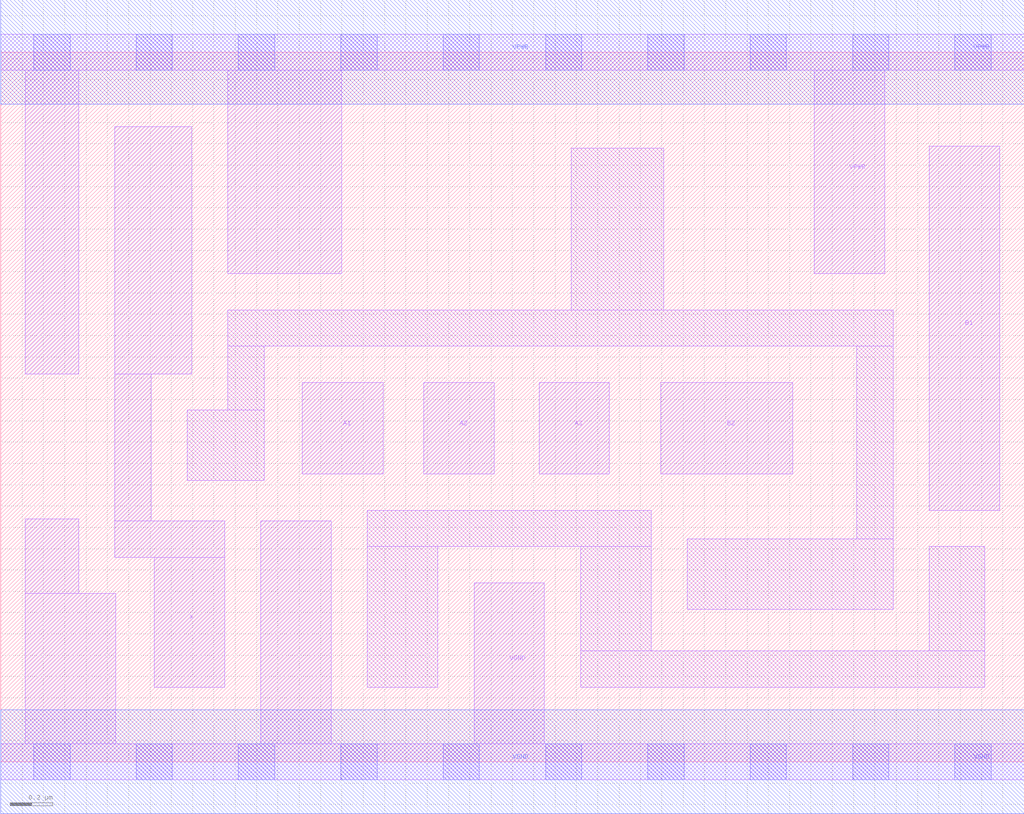
<source format=lef>
# Copyright 2020 The SkyWater PDK Authors
#
# Licensed under the Apache License, Version 2.0 (the "License");
# you may not use this file except in compliance with the License.
# You may obtain a copy of the License at
#
#     https://www.apache.org/licenses/LICENSE-2.0
#
# Unless required by applicable law or agreed to in writing, software
# distributed under the License is distributed on an "AS IS" BASIS,
# WITHOUT WARRANTIES OR CONDITIONS OF ANY KIND, either express or implied.
# See the License for the specific language governing permissions and
# limitations under the License.
#
# SPDX-License-Identifier: Apache-2.0

VERSION 5.7 ;
  NAMESCASESENSITIVE ON ;
  NOWIREEXTENSIONATPIN ON ;
  DIVIDERCHAR "/" ;
  BUSBITCHARS "[]" ;
UNITS
  DATABASE MICRONS 200 ;
END UNITS
MACRO sky130_fd_sc_ls__o32a_2
  CLASS CORE ;
  SOURCE USER ;
  FOREIGN sky130_fd_sc_ls__o32a_2 ;
  ORIGIN  0.000000  0.000000 ;
  SIZE  4.800000 BY  3.330000 ;
  SYMMETRY X Y ;
  SITE unit ;
  PIN A1
    ANTENNAGATEAREA  0.261000 ;
    DIRECTION INPUT ;
    USE SIGNAL ;
    PORT
      LAYER li1 ;
        RECT 1.415000 1.350000 1.795000 1.780000 ;
    END
  END A1
  PIN A2
    ANTENNAGATEAREA  0.261000 ;
    DIRECTION INPUT ;
    USE SIGNAL ;
    PORT
      LAYER li1 ;
        RECT 1.985000 1.350000 2.315000 1.780000 ;
    END
  END A2
  PIN A3
    ANTENNAGATEAREA  0.261000 ;
    DIRECTION INPUT ;
    USE SIGNAL ;
    PORT
      LAYER li1 ;
        RECT 2.525000 1.350000 2.855000 1.780000 ;
    END
  END A3
  PIN B1
    ANTENNAGATEAREA  0.261000 ;
    DIRECTION INPUT ;
    USE SIGNAL ;
    PORT
      LAYER li1 ;
        RECT 4.355000 1.180000 4.685000 2.890000 ;
    END
  END B1
  PIN B2
    ANTENNAGATEAREA  0.261000 ;
    DIRECTION INPUT ;
    USE SIGNAL ;
    PORT
      LAYER li1 ;
        RECT 3.095000 1.350000 3.715000 1.780000 ;
    END
  END B2
  PIN X
    ANTENNADIFFAREA  0.543200 ;
    DIRECTION OUTPUT ;
    USE SIGNAL ;
    PORT
      LAYER li1 ;
        RECT 0.535000 0.960000 1.050000 1.130000 ;
        RECT 0.535000 1.130000 0.705000 1.820000 ;
        RECT 0.535000 1.820000 0.895000 2.980000 ;
        RECT 0.720000 0.350000 1.050000 0.960000 ;
    END
  END X
  PIN VGND
    DIRECTION INOUT ;
    SHAPE ABUTMENT ;
    USE GROUND ;
    PORT
      LAYER li1 ;
        RECT 0.000000 -0.085000 4.800000 0.085000 ;
        RECT 0.115000  0.085000 0.540000 0.790000 ;
        RECT 0.115000  0.790000 0.365000 1.140000 ;
        RECT 1.220000  0.085000 1.550000 1.130000 ;
        RECT 2.220000  0.085000 2.550000 0.840000 ;
      LAYER mcon ;
        RECT 0.155000 -0.085000 0.325000 0.085000 ;
        RECT 0.635000 -0.085000 0.805000 0.085000 ;
        RECT 1.115000 -0.085000 1.285000 0.085000 ;
        RECT 1.595000 -0.085000 1.765000 0.085000 ;
        RECT 2.075000 -0.085000 2.245000 0.085000 ;
        RECT 2.555000 -0.085000 2.725000 0.085000 ;
        RECT 3.035000 -0.085000 3.205000 0.085000 ;
        RECT 3.515000 -0.085000 3.685000 0.085000 ;
        RECT 3.995000 -0.085000 4.165000 0.085000 ;
        RECT 4.475000 -0.085000 4.645000 0.085000 ;
      LAYER met1 ;
        RECT 0.000000 -0.245000 4.800000 0.245000 ;
    END
  END VGND
  PIN VPWR
    DIRECTION INOUT ;
    SHAPE ABUTMENT ;
    USE POWER ;
    PORT
      LAYER li1 ;
        RECT 0.000000 3.245000 4.800000 3.415000 ;
        RECT 0.115000 1.820000 0.365000 3.245000 ;
        RECT 1.065000 2.290000 1.600000 3.245000 ;
        RECT 3.815000 2.290000 4.145000 3.245000 ;
      LAYER mcon ;
        RECT 0.155000 3.245000 0.325000 3.415000 ;
        RECT 0.635000 3.245000 0.805000 3.415000 ;
        RECT 1.115000 3.245000 1.285000 3.415000 ;
        RECT 1.595000 3.245000 1.765000 3.415000 ;
        RECT 2.075000 3.245000 2.245000 3.415000 ;
        RECT 2.555000 3.245000 2.725000 3.415000 ;
        RECT 3.035000 3.245000 3.205000 3.415000 ;
        RECT 3.515000 3.245000 3.685000 3.415000 ;
        RECT 3.995000 3.245000 4.165000 3.415000 ;
        RECT 4.475000 3.245000 4.645000 3.415000 ;
      LAYER met1 ;
        RECT 0.000000 3.085000 4.800000 3.575000 ;
    END
  END VPWR
  OBS
    LAYER li1 ;
      RECT 0.875000 1.320000 1.235000 1.650000 ;
      RECT 1.065000 1.650000 1.235000 1.950000 ;
      RECT 1.065000 1.950000 4.185000 2.120000 ;
      RECT 1.720000 0.350000 2.050000 1.010000 ;
      RECT 1.720000 1.010000 3.050000 1.180000 ;
      RECT 2.675000 2.120000 3.110000 2.880000 ;
      RECT 2.720000 0.350000 4.615000 0.520000 ;
      RECT 2.720000 0.520000 3.050000 1.010000 ;
      RECT 3.220000 0.715000 4.185000 1.045000 ;
      RECT 4.015000 1.045000 4.185000 1.950000 ;
      RECT 4.355000 0.520000 4.615000 1.010000 ;
  END
END sky130_fd_sc_ls__o32a_2

</source>
